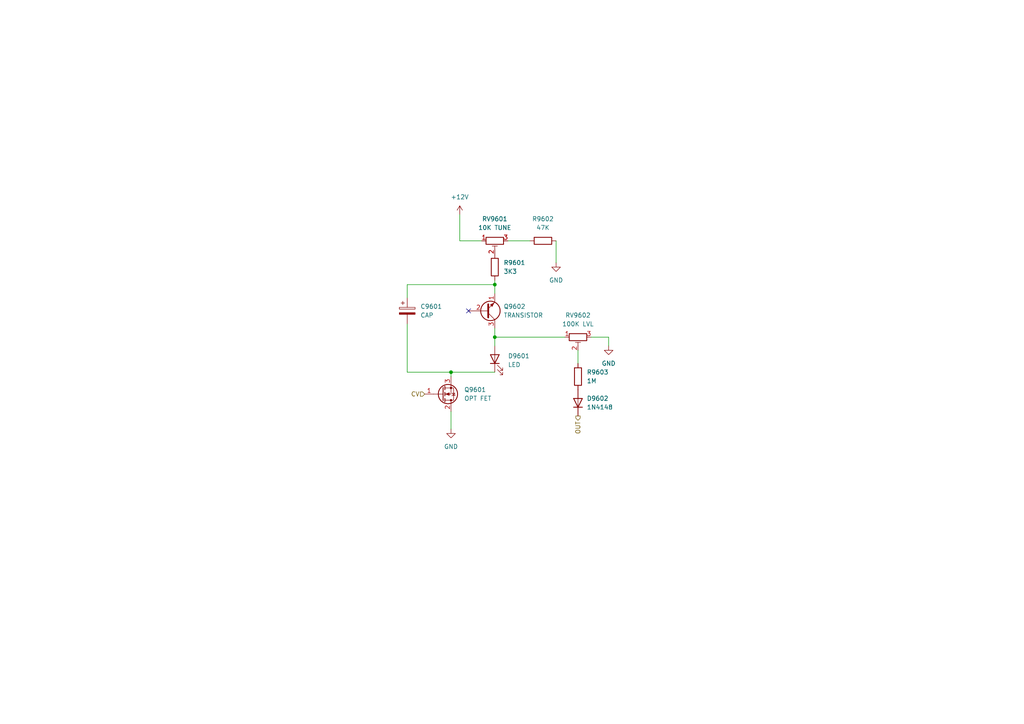
<source format=kicad_sch>
(kicad_sch (version 20210621) (generator eeschema)

  (uuid 64741e7a-a313-425f-8786-4268f8f511bd)

  (paper "A4")

  (lib_symbols
    (symbol "Device:C_Polarized" (pin_numbers hide) (pin_names (offset 0.254)) (in_bom yes) (on_board yes)
      (property "Reference" "C" (id 0) (at 0.635 2.54 0)
        (effects (font (size 1.27 1.27)) (justify left))
      )
      (property "Value" "C_Polarized" (id 1) (at 0.635 -2.54 0)
        (effects (font (size 1.27 1.27)) (justify left))
      )
      (property "Footprint" "" (id 2) (at 0.9652 -3.81 0)
        (effects (font (size 1.27 1.27)) hide)
      )
      (property "Datasheet" "~" (id 3) (at 0 0 0)
        (effects (font (size 1.27 1.27)) hide)
      )
      (property "ki_keywords" "cap capacitor" (id 4) (at 0 0 0)
        (effects (font (size 1.27 1.27)) hide)
      )
      (property "ki_description" "Polarized capacitor" (id 5) (at 0 0 0)
        (effects (font (size 1.27 1.27)) hide)
      )
      (property "ki_fp_filters" "CP_*" (id 6) (at 0 0 0)
        (effects (font (size 1.27 1.27)) hide)
      )
      (symbol "C_Polarized_0_1"
        (rectangle (start -2.286 0.508) (end 2.286 1.016)
          (stroke (width 0) (type default) (color 0 0 0 0))
          (fill (type none))
        )
        (polyline
          (pts
            (xy -1.778 2.286)
            (xy -0.762 2.286)
          )
          (stroke (width 0) (type default) (color 0 0 0 0))
          (fill (type none))
        )
        (polyline
          (pts
            (xy -1.27 2.794)
            (xy -1.27 1.778)
          )
          (stroke (width 0) (type default) (color 0 0 0 0))
          (fill (type none))
        )
        (rectangle (start 2.286 -0.508) (end -2.286 -1.016)
          (stroke (width 0) (type default) (color 0 0 0 0))
          (fill (type outline))
        )
      )
      (symbol "C_Polarized_1_1"
        (pin passive line (at 0 3.81 270) (length 2.794)
          (name "~" (effects (font (size 1.27 1.27))))
          (number "1" (effects (font (size 1.27 1.27))))
        )
        (pin passive line (at 0 -3.81 90) (length 2.794)
          (name "~" (effects (font (size 1.27 1.27))))
          (number "2" (effects (font (size 1.27 1.27))))
        )
      )
    )
    (symbol "Device:D" (pin_numbers hide) (pin_names (offset 1.016) hide) (in_bom yes) (on_board yes)
      (property "Reference" "D" (id 0) (at 0 2.54 0)
        (effects (font (size 1.27 1.27)))
      )
      (property "Value" "D" (id 1) (at 0 -2.54 0)
        (effects (font (size 1.27 1.27)))
      )
      (property "Footprint" "" (id 2) (at 0 0 0)
        (effects (font (size 1.27 1.27)) hide)
      )
      (property "Datasheet" "~" (id 3) (at 0 0 0)
        (effects (font (size 1.27 1.27)) hide)
      )
      (property "ki_keywords" "diode" (id 4) (at 0 0 0)
        (effects (font (size 1.27 1.27)) hide)
      )
      (property "ki_description" "Diode" (id 5) (at 0 0 0)
        (effects (font (size 1.27 1.27)) hide)
      )
      (property "ki_fp_filters" "TO-???* *_Diode_* *SingleDiode* D_*" (id 6) (at 0 0 0)
        (effects (font (size 1.27 1.27)) hide)
      )
      (symbol "D_0_1"
        (polyline
          (pts
            (xy -1.27 1.27)
            (xy -1.27 -1.27)
          )
          (stroke (width 0.254) (type default) (color 0 0 0 0))
          (fill (type none))
        )
        (polyline
          (pts
            (xy 1.27 0)
            (xy -1.27 0)
          )
          (stroke (width 0) (type default) (color 0 0 0 0))
          (fill (type none))
        )
        (polyline
          (pts
            (xy 1.27 1.27)
            (xy 1.27 -1.27)
            (xy -1.27 0)
            (xy 1.27 1.27)
          )
          (stroke (width 0.254) (type default) (color 0 0 0 0))
          (fill (type none))
        )
      )
      (symbol "D_1_1"
        (pin passive line (at -3.81 0 0) (length 2.54)
          (name "K" (effects (font (size 1.27 1.27))))
          (number "1" (effects (font (size 1.27 1.27))))
        )
        (pin passive line (at 3.81 0 180) (length 2.54)
          (name "A" (effects (font (size 1.27 1.27))))
          (number "2" (effects (font (size 1.27 1.27))))
        )
      )
    )
    (symbol "Device:LED" (pin_numbers hide) (pin_names (offset 1.016) hide) (in_bom yes) (on_board yes)
      (property "Reference" "D" (id 0) (at 0 2.54 0)
        (effects (font (size 1.27 1.27)))
      )
      (property "Value" "LED" (id 1) (at 0 -2.54 0)
        (effects (font (size 1.27 1.27)))
      )
      (property "Footprint" "" (id 2) (at 0 0 0)
        (effects (font (size 1.27 1.27)) hide)
      )
      (property "Datasheet" "~" (id 3) (at 0 0 0)
        (effects (font (size 1.27 1.27)) hide)
      )
      (property "ki_keywords" "LED diode" (id 4) (at 0 0 0)
        (effects (font (size 1.27 1.27)) hide)
      )
      (property "ki_description" "Light emitting diode" (id 5) (at 0 0 0)
        (effects (font (size 1.27 1.27)) hide)
      )
      (property "ki_fp_filters" "LED* LED_SMD:* LED_THT:*" (id 6) (at 0 0 0)
        (effects (font (size 1.27 1.27)) hide)
      )
      (symbol "LED_0_1"
        (polyline
          (pts
            (xy -1.27 -1.27)
            (xy -1.27 1.27)
          )
          (stroke (width 0.254) (type default) (color 0 0 0 0))
          (fill (type none))
        )
        (polyline
          (pts
            (xy -1.27 0)
            (xy 1.27 0)
          )
          (stroke (width 0) (type default) (color 0 0 0 0))
          (fill (type none))
        )
        (polyline
          (pts
            (xy 1.27 -1.27)
            (xy 1.27 1.27)
            (xy -1.27 0)
            (xy 1.27 -1.27)
          )
          (stroke (width 0.254) (type default) (color 0 0 0 0))
          (fill (type none))
        )
        (polyline
          (pts
            (xy -3.048 -0.762)
            (xy -4.572 -2.286)
            (xy -3.81 -2.286)
            (xy -4.572 -2.286)
            (xy -4.572 -1.524)
          )
          (stroke (width 0) (type default) (color 0 0 0 0))
          (fill (type none))
        )
        (polyline
          (pts
            (xy -1.778 -0.762)
            (xy -3.302 -2.286)
            (xy -2.54 -2.286)
            (xy -3.302 -2.286)
            (xy -3.302 -1.524)
          )
          (stroke (width 0) (type default) (color 0 0 0 0))
          (fill (type none))
        )
      )
      (symbol "LED_1_1"
        (pin passive line (at -3.81 0 0) (length 2.54)
          (name "K" (effects (font (size 1.27 1.27))))
          (number "1" (effects (font (size 1.27 1.27))))
        )
        (pin passive line (at 3.81 0 180) (length 2.54)
          (name "A" (effects (font (size 1.27 1.27))))
          (number "2" (effects (font (size 1.27 1.27))))
        )
      )
    )
    (symbol "Device:Q_NMOS_GDS" (pin_names (offset 0) hide) (in_bom yes) (on_board yes)
      (property "Reference" "Q" (id 0) (at 5.08 1.27 0)
        (effects (font (size 1.27 1.27)) (justify left))
      )
      (property "Value" "Q_NMOS_GDS" (id 1) (at 5.08 -1.27 0)
        (effects (font (size 1.27 1.27)) (justify left))
      )
      (property "Footprint" "" (id 2) (at 5.08 2.54 0)
        (effects (font (size 1.27 1.27)) hide)
      )
      (property "Datasheet" "~" (id 3) (at 0 0 0)
        (effects (font (size 1.27 1.27)) hide)
      )
      (property "ki_keywords" "transistor NMOS N-MOS N-MOSFET" (id 4) (at 0 0 0)
        (effects (font (size 1.27 1.27)) hide)
      )
      (property "ki_description" "N-MOSFET transistor, gate/drain/source" (id 5) (at 0 0 0)
        (effects (font (size 1.27 1.27)) hide)
      )
      (symbol "Q_NMOS_GDS_0_1"
        (polyline
          (pts
            (xy 0.254 0)
            (xy -2.54 0)
          )
          (stroke (width 0) (type default) (color 0 0 0 0))
          (fill (type none))
        )
        (polyline
          (pts
            (xy 0.254 1.905)
            (xy 0.254 -1.905)
          )
          (stroke (width 0.254) (type default) (color 0 0 0 0))
          (fill (type none))
        )
        (polyline
          (pts
            (xy 0.762 -1.27)
            (xy 0.762 -2.286)
          )
          (stroke (width 0.254) (type default) (color 0 0 0 0))
          (fill (type none))
        )
        (polyline
          (pts
            (xy 0.762 0.508)
            (xy 0.762 -0.508)
          )
          (stroke (width 0.254) (type default) (color 0 0 0 0))
          (fill (type none))
        )
        (polyline
          (pts
            (xy 0.762 2.286)
            (xy 0.762 1.27)
          )
          (stroke (width 0.254) (type default) (color 0 0 0 0))
          (fill (type none))
        )
        (polyline
          (pts
            (xy 2.54 2.54)
            (xy 2.54 1.778)
          )
          (stroke (width 0) (type default) (color 0 0 0 0))
          (fill (type none))
        )
        (polyline
          (pts
            (xy 2.54 -2.54)
            (xy 2.54 0)
            (xy 0.762 0)
          )
          (stroke (width 0) (type default) (color 0 0 0 0))
          (fill (type none))
        )
        (polyline
          (pts
            (xy 0.762 -1.778)
            (xy 3.302 -1.778)
            (xy 3.302 1.778)
            (xy 0.762 1.778)
          )
          (stroke (width 0) (type default) (color 0 0 0 0))
          (fill (type none))
        )
        (polyline
          (pts
            (xy 1.016 0)
            (xy 2.032 0.381)
            (xy 2.032 -0.381)
            (xy 1.016 0)
          )
          (stroke (width 0) (type default) (color 0 0 0 0))
          (fill (type outline))
        )
        (polyline
          (pts
            (xy 2.794 0.508)
            (xy 2.921 0.381)
            (xy 3.683 0.381)
            (xy 3.81 0.254)
          )
          (stroke (width 0) (type default) (color 0 0 0 0))
          (fill (type none))
        )
        (polyline
          (pts
            (xy 3.302 0.381)
            (xy 2.921 -0.254)
            (xy 3.683 -0.254)
            (xy 3.302 0.381)
          )
          (stroke (width 0) (type default) (color 0 0 0 0))
          (fill (type none))
        )
        (circle (center 1.651 0) (radius 2.794) (stroke (width 0.254))           (stroke (width 0.254) (type default) (color 0 0 0 0))
          (fill (type none))
        )
        (circle (center 2.54 -1.778) (radius 0.254) (stroke (width 0))           (stroke (width 0) (type default) (color 0 0 0 0))
          (fill (type outline))
        )
        (circle (center 2.54 1.778) (radius 0.254) (stroke (width 0))           (stroke (width 0) (type default) (color 0 0 0 0))
          (fill (type outline))
        )
      )
      (symbol "Q_NMOS_GDS_1_1"
        (pin input line (at -5.08 0 0) (length 2.54)
          (name "G" (effects (font (size 1.27 1.27))))
          (number "1" (effects (font (size 1.27 1.27))))
        )
        (pin passive line (at 2.54 5.08 270) (length 2.54)
          (name "D" (effects (font (size 1.27 1.27))))
          (number "2" (effects (font (size 1.27 1.27))))
        )
        (pin passive line (at 2.54 -5.08 90) (length 2.54)
          (name "S" (effects (font (size 1.27 1.27))))
          (number "3" (effects (font (size 1.27 1.27))))
        )
      )
    )
    (symbol "Device:R" (pin_numbers hide) (pin_names (offset 0)) (in_bom yes) (on_board yes)
      (property "Reference" "R" (id 0) (at 2.032 0 90)
        (effects (font (size 1.27 1.27)))
      )
      (property "Value" "R" (id 1) (at 0 0 90)
        (effects (font (size 1.27 1.27)))
      )
      (property "Footprint" "" (id 2) (at -1.778 0 90)
        (effects (font (size 1.27 1.27)) hide)
      )
      (property "Datasheet" "~" (id 3) (at 0 0 0)
        (effects (font (size 1.27 1.27)) hide)
      )
      (property "ki_keywords" "R res resistor" (id 4) (at 0 0 0)
        (effects (font (size 1.27 1.27)) hide)
      )
      (property "ki_description" "Resistor" (id 5) (at 0 0 0)
        (effects (font (size 1.27 1.27)) hide)
      )
      (property "ki_fp_filters" "R_*" (id 6) (at 0 0 0)
        (effects (font (size 1.27 1.27)) hide)
      )
      (symbol "R_0_1"
        (rectangle (start -1.016 -2.54) (end 1.016 2.54)
          (stroke (width 0.254) (type default) (color 0 0 0 0))
          (fill (type none))
        )
      )
      (symbol "R_1_1"
        (pin passive line (at 0 3.81 270) (length 1.27)
          (name "~" (effects (font (size 1.27 1.27))))
          (number "1" (effects (font (size 1.27 1.27))))
        )
        (pin passive line (at 0 -3.81 90) (length 1.27)
          (name "~" (effects (font (size 1.27 1.27))))
          (number "2" (effects (font (size 1.27 1.27))))
        )
      )
    )
    (symbol "Device:R_Potentiometer_Trim" (pin_names (offset 1.016) hide) (in_bom yes) (on_board yes)
      (property "Reference" "RV" (id 0) (at -4.445 0 90)
        (effects (font (size 1.27 1.27)))
      )
      (property "Value" "R_Potentiometer_Trim" (id 1) (at -2.54 0 90)
        (effects (font (size 1.27 1.27)))
      )
      (property "Footprint" "" (id 2) (at 0 0 0)
        (effects (font (size 1.27 1.27)) hide)
      )
      (property "Datasheet" "~" (id 3) (at 0 0 0)
        (effects (font (size 1.27 1.27)) hide)
      )
      (property "ki_keywords" "resistor variable trimpot trimmer" (id 4) (at 0 0 0)
        (effects (font (size 1.27 1.27)) hide)
      )
      (property "ki_description" "Trim-potentiometer" (id 5) (at 0 0 0)
        (effects (font (size 1.27 1.27)) hide)
      )
      (property "ki_fp_filters" "Potentiometer*" (id 6) (at 0 0 0)
        (effects (font (size 1.27 1.27)) hide)
      )
      (symbol "R_Potentiometer_Trim_0_1"
        (polyline
          (pts
            (xy 1.524 0.762)
            (xy 1.524 -0.762)
          )
          (stroke (width 0) (type default) (color 0 0 0 0))
          (fill (type none))
        )
        (polyline
          (pts
            (xy 2.54 0)
            (xy 1.524 0)
          )
          (stroke (width 0) (type default) (color 0 0 0 0))
          (fill (type none))
        )
        (rectangle (start 1.016 2.54) (end -1.016 -2.54)
          (stroke (width 0.254) (type default) (color 0 0 0 0))
          (fill (type none))
        )
      )
      (symbol "R_Potentiometer_Trim_1_1"
        (pin passive line (at 0 3.81 270) (length 1.27)
          (name "1" (effects (font (size 1.27 1.27))))
          (number "1" (effects (font (size 1.27 1.27))))
        )
        (pin passive line (at 3.81 0 180) (length 1.27)
          (name "2" (effects (font (size 1.27 1.27))))
          (number "2" (effects (font (size 1.27 1.27))))
        )
        (pin passive line (at 0 -3.81 90) (length 1.27)
          (name "3" (effects (font (size 1.27 1.27))))
          (number "3" (effects (font (size 1.27 1.27))))
        )
      )
    )
    (symbol "Transistor_BJT:2N3904" (pin_names (offset 0) hide) (in_bom yes) (on_board yes)
      (property "Reference" "Q" (id 0) (at 5.08 1.905 0)
        (effects (font (size 1.27 1.27)) (justify left))
      )
      (property "Value" "2N3904" (id 1) (at 5.08 0 0)
        (effects (font (size 1.27 1.27)) (justify left))
      )
      (property "Footprint" "Package_TO_SOT_THT:TO-92_Inline" (id 2) (at 5.08 -1.905 0)
        (effects (font (size 1.27 1.27) italic) (justify left) hide)
      )
      (property "Datasheet" "https://www.onsemi.com/pub/Collateral/2N3903-D.PDF" (id 3) (at 0 0 0)
        (effects (font (size 1.27 1.27)) (justify left) hide)
      )
      (property "ki_keywords" "NPN Transistor" (id 4) (at 0 0 0)
        (effects (font (size 1.27 1.27)) hide)
      )
      (property "ki_description" "0.2A Ic, 40V Vce, Small Signal NPN Transistor, TO-92" (id 5) (at 0 0 0)
        (effects (font (size 1.27 1.27)) hide)
      )
      (property "ki_fp_filters" "TO?92*" (id 6) (at 0 0 0)
        (effects (font (size 1.27 1.27)) hide)
      )
      (symbol "2N3904_0_1"
        (polyline
          (pts
            (xy 0.635 0.635)
            (xy 2.54 2.54)
          )
          (stroke (width 0) (type default) (color 0 0 0 0))
          (fill (type none))
        )
        (polyline
          (pts
            (xy 0.635 -0.635)
            (xy 2.54 -2.54)
            (xy 2.54 -2.54)
          )
          (stroke (width 0) (type default) (color 0 0 0 0))
          (fill (type none))
        )
        (polyline
          (pts
            (xy 0.635 1.905)
            (xy 0.635 -1.905)
            (xy 0.635 -1.905)
          )
          (stroke (width 0.508) (type default) (color 0 0 0 0))
          (fill (type none))
        )
        (polyline
          (pts
            (xy 1.27 -1.778)
            (xy 1.778 -1.27)
            (xy 2.286 -2.286)
            (xy 1.27 -1.778)
            (xy 1.27 -1.778)
          )
          (stroke (width 0) (type default) (color 0 0 0 0))
          (fill (type outline))
        )
        (circle (center 1.27 0) (radius 2.8194) (stroke (width 0.254))           (stroke (width 0.254) (type default) (color 0 0 0 0))
          (fill (type none))
        )
      )
      (symbol "2N3904_1_1"
        (pin passive line (at 2.54 -5.08 90) (length 2.54)
          (name "E" (effects (font (size 1.27 1.27))))
          (number "1" (effects (font (size 1.27 1.27))))
        )
        (pin passive line (at -5.08 0 0) (length 5.715)
          (name "B" (effects (font (size 1.27 1.27))))
          (number "2" (effects (font (size 1.27 1.27))))
        )
        (pin passive line (at 2.54 5.08 270) (length 2.54)
          (name "C" (effects (font (size 1.27 1.27))))
          (number "3" (effects (font (size 1.27 1.27))))
        )
      )
    )
    (symbol "power:+12V" (power) (pin_names (offset 0)) (in_bom yes) (on_board yes)
      (property "Reference" "#PWR" (id 0) (at 0 -3.81 0)
        (effects (font (size 1.27 1.27)) hide)
      )
      (property "Value" "+12V" (id 1) (at 0 3.556 0)
        (effects (font (size 1.27 1.27)))
      )
      (property "Footprint" "" (id 2) (at 0 0 0)
        (effects (font (size 1.27 1.27)) hide)
      )
      (property "Datasheet" "" (id 3) (at 0 0 0)
        (effects (font (size 1.27 1.27)) hide)
      )
      (property "ki_keywords" "power-flag" (id 4) (at 0 0 0)
        (effects (font (size 1.27 1.27)) hide)
      )
      (property "ki_description" "Power symbol creates a global label with name \"+12V\"" (id 5) (at 0 0 0)
        (effects (font (size 1.27 1.27)) hide)
      )
      (symbol "+12V_0_1"
        (polyline
          (pts
            (xy -0.762 1.27)
            (xy 0 2.54)
          )
          (stroke (width 0) (type default) (color 0 0 0 0))
          (fill (type none))
        )
        (polyline
          (pts
            (xy 0 0)
            (xy 0 2.54)
          )
          (stroke (width 0) (type default) (color 0 0 0 0))
          (fill (type none))
        )
        (polyline
          (pts
            (xy 0 2.54)
            (xy 0.762 1.27)
          )
          (stroke (width 0) (type default) (color 0 0 0 0))
          (fill (type none))
        )
      )
      (symbol "+12V_1_1"
        (pin power_in line (at 0 0 90) (length 0) hide
          (name "+12V" (effects (font (size 1.27 1.27))))
          (number "1" (effects (font (size 1.27 1.27))))
        )
      )
    )
    (symbol "power:GND" (power) (pin_names (offset 0)) (in_bom yes) (on_board yes)
      (property "Reference" "#PWR" (id 0) (at 0 -6.35 0)
        (effects (font (size 1.27 1.27)) hide)
      )
      (property "Value" "GND" (id 1) (at 0 -3.81 0)
        (effects (font (size 1.27 1.27)))
      )
      (property "Footprint" "" (id 2) (at 0 0 0)
        (effects (font (size 1.27 1.27)) hide)
      )
      (property "Datasheet" "" (id 3) (at 0 0 0)
        (effects (font (size 1.27 1.27)) hide)
      )
      (property "ki_keywords" "power-flag" (id 4) (at 0 0 0)
        (effects (font (size 1.27 1.27)) hide)
      )
      (property "ki_description" "Power symbol creates a global label with name \"GND\" , ground" (id 5) (at 0 0 0)
        (effects (font (size 1.27 1.27)) hide)
      )
      (symbol "GND_0_1"
        (polyline
          (pts
            (xy 0 0)
            (xy 0 -1.27)
            (xy 1.27 -1.27)
            (xy 0 -2.54)
            (xy -1.27 -1.27)
            (xy 0 -1.27)
          )
          (stroke (width 0) (type default) (color 0 0 0 0))
          (fill (type none))
        )
      )
      (symbol "GND_1_1"
        (pin power_in line (at 0 0 270) (length 0) hide
          (name "GND" (effects (font (size 1.27 1.27))))
          (number "1" (effects (font (size 1.27 1.27))))
        )
      )
    )
  )

  (junction (at 130.81 107.95) (diameter 0) (color 0 0 0 0))
  (junction (at 143.51 82.55) (diameter 0) (color 0 0 0 0))
  (junction (at 143.51 97.79) (diameter 0) (color 0 0 0 0))

  (no_connect (at 135.89 90.17) (uuid fa6fa64b-8e42-44c1-8617-83fe563f3b53))

  (wire (pts (xy 118.11 82.55) (xy 143.51 82.55))
    (stroke (width 0) (type default) (color 0 0 0 0))
    (uuid 5ef081d8-35b0-4ce3-b251-d89b02e33963)
  )
  (wire (pts (xy 118.11 86.36) (xy 118.11 82.55))
    (stroke (width 0) (type default) (color 0 0 0 0))
    (uuid 603ee4f8-0839-4d4c-a159-d4442872c140)
  )
  (wire (pts (xy 118.11 93.98) (xy 118.11 107.95))
    (stroke (width 0) (type default) (color 0 0 0 0))
    (uuid 7baae08a-cefe-47a6-97a1-483023085520)
  )
  (wire (pts (xy 118.11 107.95) (xy 130.81 107.95))
    (stroke (width 0) (type default) (color 0 0 0 0))
    (uuid 7baae08a-cefe-47a6-97a1-483023085520)
  )
  (wire (pts (xy 130.81 107.95) (xy 130.81 109.22))
    (stroke (width 0) (type default) (color 0 0 0 0))
    (uuid e6fe9a08-0ae7-4cbd-a311-44427d0cc7da)
  )
  (wire (pts (xy 130.81 107.95) (xy 143.51 107.95))
    (stroke (width 0) (type default) (color 0 0 0 0))
    (uuid 7baae08a-cefe-47a6-97a1-483023085520)
  )
  (wire (pts (xy 130.81 119.38) (xy 130.81 124.46))
    (stroke (width 0) (type default) (color 0 0 0 0))
    (uuid 45018ec1-7450-444b-9e23-f847f290bd47)
  )
  (wire (pts (xy 133.35 62.23) (xy 133.35 69.85))
    (stroke (width 0) (type default) (color 0 0 0 0))
    (uuid 3191165b-715d-4dc0-af0f-ef2bcd985d36)
  )
  (wire (pts (xy 133.35 69.85) (xy 139.7 69.85))
    (stroke (width 0) (type default) (color 0 0 0 0))
    (uuid 3191165b-715d-4dc0-af0f-ef2bcd985d36)
  )
  (wire (pts (xy 143.51 81.28) (xy 143.51 82.55))
    (stroke (width 0) (type default) (color 0 0 0 0))
    (uuid 794d4142-015c-4b8c-959b-01086ece0e29)
  )
  (wire (pts (xy 143.51 82.55) (xy 143.51 85.09))
    (stroke (width 0) (type default) (color 0 0 0 0))
    (uuid 794d4142-015c-4b8c-959b-01086ece0e29)
  )
  (wire (pts (xy 143.51 95.25) (xy 143.51 97.79))
    (stroke (width 0) (type default) (color 0 0 0 0))
    (uuid a1478d84-4aa9-406b-ba8a-1aa4d1b128f6)
  )
  (wire (pts (xy 143.51 97.79) (xy 143.51 100.33))
    (stroke (width 0) (type default) (color 0 0 0 0))
    (uuid a1478d84-4aa9-406b-ba8a-1aa4d1b128f6)
  )
  (wire (pts (xy 143.51 97.79) (xy 163.83 97.79))
    (stroke (width 0) (type default) (color 0 0 0 0))
    (uuid 126e0f7b-b466-40b9-9fa8-068da5611f96)
  )
  (wire (pts (xy 147.32 69.85) (xy 153.67 69.85))
    (stroke (width 0) (type default) (color 0 0 0 0))
    (uuid e9264acf-e399-46be-b5ae-e70542014a60)
  )
  (wire (pts (xy 161.29 69.85) (xy 161.29 76.2))
    (stroke (width 0) (type default) (color 0 0 0 0))
    (uuid a88a5703-83e0-4c26-b38a-d00862b5ea71)
  )
  (wire (pts (xy 167.64 101.6) (xy 167.64 105.41))
    (stroke (width 0) (type default) (color 0 0 0 0))
    (uuid 4514a172-c9b7-4621-ba00-ec0ac3245b6c)
  )
  (wire (pts (xy 171.45 97.79) (xy 176.53 97.79))
    (stroke (width 0) (type default) (color 0 0 0 0))
    (uuid cdaf1853-4a99-495c-9bfa-40d20e902979)
  )
  (wire (pts (xy 176.53 97.79) (xy 176.53 100.33))
    (stroke (width 0) (type default) (color 0 0 0 0))
    (uuid cdaf1853-4a99-495c-9bfa-40d20e902979)
  )

  (hierarchical_label "CV" (shape input) (at 123.19 114.3 180)
    (effects (font (size 1.27 1.27)) (justify right))
    (uuid e8b55fdd-7abc-4b4d-8768-e913acc5857f)
  )
  (hierarchical_label "OUT" (shape output) (at 167.64 120.65 270)
    (effects (font (size 1.27 1.27)) (justify right))
    (uuid f65c639c-c5b3-4c81-a76f-4a7dafbc2d69)
  )

  (symbol (lib_id "power:+12V") (at 133.35 62.23 0)
    (in_bom yes) (on_board yes) (fields_autoplaced)
    (uuid c8d1eaa2-11f9-4a02-9146-3dd41443fcd0)
    (property "Reference" "#PWR010102" (id 0) (at 133.35 66.04 0)
      (effects (font (size 1.27 1.27)) hide)
    )
    (property "Value" "+12V" (id 1) (at 133.35 57.15 0))
    (property "Footprint" "" (id 2) (at 133.35 62.23 0)
      (effects (font (size 1.27 1.27)) hide)
    )
    (property "Datasheet" "" (id 3) (at 133.35 62.23 0)
      (effects (font (size 1.27 1.27)) hide)
    )
    (pin "1" (uuid 72e552fe-eb5c-43af-8f63-68e4078d688b))
  )

  (symbol (lib_id "power:GND") (at 130.81 124.46 0)
    (in_bom yes) (on_board yes) (fields_autoplaced)
    (uuid 584b31ca-28a3-4d8a-8f8c-7a1245f3ca77)
    (property "Reference" "#PWR010101" (id 0) (at 130.81 130.81 0)
      (effects (font (size 1.27 1.27)) hide)
    )
    (property "Value" "GND" (id 1) (at 130.81 129.54 0))
    (property "Footprint" "" (id 2) (at 130.81 124.46 0)
      (effects (font (size 1.27 1.27)) hide)
    )
    (property "Datasheet" "" (id 3) (at 130.81 124.46 0)
      (effects (font (size 1.27 1.27)) hide)
    )
    (pin "1" (uuid bb875016-8d9d-4c64-a3dc-0811f3dfc468))
  )

  (symbol (lib_id "power:GND") (at 161.29 76.2 0)
    (in_bom yes) (on_board yes) (fields_autoplaced)
    (uuid d57b6bad-dfb6-4e20-b4cb-1f009bbed12b)
    (property "Reference" "#PWR010103" (id 0) (at 161.29 82.55 0)
      (effects (font (size 1.27 1.27)) hide)
    )
    (property "Value" "GND" (id 1) (at 161.29 81.28 0))
    (property "Footprint" "" (id 2) (at 161.29 76.2 0)
      (effects (font (size 1.27 1.27)) hide)
    )
    (property "Datasheet" "" (id 3) (at 161.29 76.2 0)
      (effects (font (size 1.27 1.27)) hide)
    )
    (pin "1" (uuid 9f5b54cd-bb0f-4069-be55-4034a801096b))
  )

  (symbol (lib_id "power:GND") (at 176.53 100.33 0)
    (in_bom yes) (on_board yes) (fields_autoplaced)
    (uuid aeb2610a-d86c-436e-9934-06e50baedfd3)
    (property "Reference" "#PWR010104" (id 0) (at 176.53 106.68 0)
      (effects (font (size 1.27 1.27)) hide)
    )
    (property "Value" "GND" (id 1) (at 176.53 105.41 0))
    (property "Footprint" "" (id 2) (at 176.53 100.33 0)
      (effects (font (size 1.27 1.27)) hide)
    )
    (property "Datasheet" "" (id 3) (at 176.53 100.33 0)
      (effects (font (size 1.27 1.27)) hide)
    )
    (pin "1" (uuid 8d2200f9-5d95-4a61-b9d6-dccf4fc71a4f))
  )

  (symbol (lib_id "Device:R") (at 143.51 77.47 0)
    (in_bom yes) (on_board yes) (fields_autoplaced)
    (uuid 6fdc68b6-2980-4a3e-894b-7f4781b4b9c0)
    (property "Reference" "R9601" (id 0) (at 146.05 76.1999 0)
      (effects (font (size 1.27 1.27)) (justify left))
    )
    (property "Value" "3K3" (id 1) (at 146.05 78.7399 0)
      (effects (font (size 1.27 1.27)) (justify left))
    )
    (property "Footprint" "Resistor_SMD:R_1206_3216Metric_Pad1.30x1.75mm_HandSolder" (id 2) (at 141.732 77.47 90)
      (effects (font (size 1.27 1.27)) hide)
    )
    (property "Datasheet" "~" (id 3) (at 143.51 77.47 0)
      (effects (font (size 1.27 1.27)) hide)
    )
    (property "Price" "0.015" (id 4) (at 143.51 77.47 0)
      (effects (font (size 1.27 1.27)) hide)
    )
    (pin "1" (uuid d37eebf5-bf4e-4f4e-bc05-1b0a31676beb))
    (pin "2" (uuid d0c09d11-a1b7-4396-a416-cc8f351c9fad))
  )

  (symbol (lib_id "Device:R") (at 157.48 69.85 90)
    (in_bom yes) (on_board yes) (fields_autoplaced)
    (uuid 1a40aaac-f3b2-4d74-9bf0-7bf601128819)
    (property "Reference" "R9602" (id 0) (at 157.48 63.5 90))
    (property "Value" "47K" (id 1) (at 157.48 66.04 90))
    (property "Footprint" "Resistor_SMD:R_1206_3216Metric_Pad1.30x1.75mm_HandSolder" (id 2) (at 157.48 71.628 90)
      (effects (font (size 1.27 1.27)) hide)
    )
    (property "Datasheet" "~" (id 3) (at 157.48 69.85 0)
      (effects (font (size 1.27 1.27)) hide)
    )
    (property "Price" "0.015" (id 4) (at 157.48 69.85 0)
      (effects (font (size 1.27 1.27)) hide)
    )
    (pin "1" (uuid d0860206-ebe1-48f6-bb80-5a9e3dc1d32a))
    (pin "2" (uuid e6e3d4ed-a5e9-4706-835a-84020591436f))
  )

  (symbol (lib_id "Device:R") (at 167.64 109.22 0)
    (in_bom yes) (on_board yes) (fields_autoplaced)
    (uuid 256e9238-a37a-4401-8fb0-fd5956a92627)
    (property "Reference" "R9603" (id 0) (at 170.18 107.9499 0)
      (effects (font (size 1.27 1.27)) (justify left))
    )
    (property "Value" "1M" (id 1) (at 170.18 110.4899 0)
      (effects (font (size 1.27 1.27)) (justify left))
    )
    (property "Footprint" "Resistor_SMD:R_1206_3216Metric_Pad1.30x1.75mm_HandSolder" (id 2) (at 165.862 109.22 90)
      (effects (font (size 1.27 1.27)) hide)
    )
    (property "Datasheet" "~" (id 3) (at 167.64 109.22 0)
      (effects (font (size 1.27 1.27)) hide)
    )
    (property "Price" "0.015" (id 4) (at 167.64 109.22 0)
      (effects (font (size 1.27 1.27)) hide)
    )
    (pin "1" (uuid 4e6a6382-9956-4f8c-b7df-4f4858016251))
    (pin "2" (uuid 87c054a2-96d7-4e65-8185-4c7f05a93521))
  )

  (symbol (lib_id "Device:D") (at 167.64 116.84 90)
    (in_bom yes) (on_board yes) (fields_autoplaced)
    (uuid 867f5c34-0818-48d3-a429-7b369d24ef3a)
    (property "Reference" "D9602" (id 0) (at 170.18 115.5699 90)
      (effects (font (size 1.27 1.27)) (justify right))
    )
    (property "Value" "1N4148" (id 1) (at 170.18 118.1099 90)
      (effects (font (size 1.27 1.27)) (justify right))
    )
    (property "Footprint" "Diode_THT:D_DO-35_SOD27_P7.62mm_Horizontal" (id 2) (at 167.64 116.84 0)
      (effects (font (size 1.27 1.27)) hide)
    )
    (property "Datasheet" "~" (id 3) (at 167.64 116.84 0)
      (effects (font (size 1.27 1.27)) hide)
    )
    (property "Price" "0.01" (id 4) (at 167.64 116.84 0)
      (effects (font (size 1.27 1.27)) hide)
    )
    (pin "1" (uuid a42db646-9655-44b8-a338-e86d3fe34eb3))
    (pin "2" (uuid 00f9a130-ee08-4d43-9a05-90e10401541e))
  )

  (symbol (lib_id "Device:LED") (at 143.51 104.14 90)
    (in_bom yes) (on_board yes) (fields_autoplaced)
    (uuid a6b1e9b3-351b-45e7-9f1d-bdc2e49bf8fd)
    (property "Reference" "D9601" (id 0) (at 147.32 103.2508 90)
      (effects (font (size 1.27 1.27)) (justify right))
    )
    (property "Value" "LED" (id 1) (at 147.32 105.7908 90)
      (effects (font (size 1.27 1.27)) (justify right))
    )
    (property "Footprint" "LED_THT:LED_D5.0mm" (id 2) (at 143.51 104.14 0)
      (effects (font (size 1.27 1.27)) hide)
    )
    (property "Datasheet" "~" (id 3) (at 143.51 104.14 0)
      (effects (font (size 1.27 1.27)) hide)
    )
    (property "Price" "0.03" (id 4) (at 143.51 104.14 0)
      (effects (font (size 1.27 1.27)) hide)
    )
    (pin "1" (uuid a010ffde-29c1-4d57-be00-0c7dd7616204))
    (pin "2" (uuid f71e7eae-d435-4e4b-9075-6ba1dd330701))
  )

  (symbol (lib_id "Device:C_Polarized") (at 118.11 90.17 0)
    (in_bom yes) (on_board yes) (fields_autoplaced)
    (uuid 6a12e8f9-f679-4602-8c7e-9d7159b8f50a)
    (property "Reference" "C9601" (id 0) (at 121.92 88.8999 0)
      (effects (font (size 1.27 1.27)) (justify left))
    )
    (property "Value" "CAP" (id 1) (at 121.92 91.4399 0)
      (effects (font (size 1.27 1.27)) (justify left))
    )
    (property "Footprint" "Capacitor_THT:CP_Radial_D6.3mm_P2.50mm" (id 2) (at 119.0752 93.98 0)
      (effects (font (size 1.27 1.27)) hide)
    )
    (property "Datasheet" "~" (id 3) (at 118.11 90.17 0)
      (effects (font (size 1.27 1.27)) hide)
    )
    (property "Price" "0.05" (id 4) (at 118.11 90.17 0)
      (effects (font (size 1.27 1.27)) hide)
    )
    (pin "1" (uuid 3dcf93bc-0343-4898-a296-e9ac9c91c8fc))
    (pin "2" (uuid dbaee4c7-e6e6-4b1e-835f-e6b156e58d6c))
  )

  (symbol (lib_id "Device:R_Potentiometer_Trim") (at 143.51 69.85 90) (mirror x)
    (in_bom yes) (on_board yes) (fields_autoplaced)
    (uuid 7a6123b0-dbc0-4c4e-913c-028f973772d3)
    (property "Reference" "RV9601" (id 0) (at 143.51 63.5 90))
    (property "Value" "10K TUNE" (id 1) (at 143.51 66.04 90))
    (property "Footprint" "Potentiometer_THT:Potentiometer_Bourns_3386F_Vertical" (id 2) (at 143.51 69.85 0)
      (effects (font (size 1.27 1.27)) hide)
    )
    (property "Datasheet" "~" (id 3) (at 143.51 69.85 0)
      (effects (font (size 1.27 1.27)) hide)
    )
    (property "Price" "0.06" (id 4) (at 143.51 69.85 0)
      (effects (font (size 1.27 1.27)) hide)
    )
    (pin "1" (uuid cdf91df5-1b21-4582-a17e-3b4edbc85f13))
    (pin "2" (uuid b9dee43d-ec58-4274-9f9e-66b31e406841))
    (pin "3" (uuid 1a114b2d-aa01-473e-a547-c25908bfd81e))
  )

  (symbol (lib_id "Device:R_Potentiometer_Trim") (at 167.64 97.79 90) (mirror x)
    (in_bom yes) (on_board yes) (fields_autoplaced)
    (uuid 2d158fee-268e-4751-b11d-fe71c3219993)
    (property "Reference" "RV9602" (id 0) (at 167.64 91.44 90))
    (property "Value" "100K LVL" (id 1) (at 167.64 93.98 90))
    (property "Footprint" "Potentiometer_THT:Potentiometer_Bourns_3386F_Vertical" (id 2) (at 167.64 97.79 0)
      (effects (font (size 1.27 1.27)) hide)
    )
    (property "Datasheet" "~" (id 3) (at 167.64 97.79 0)
      (effects (font (size 1.27 1.27)) hide)
    )
    (property "Price" "0.06" (id 4) (at 167.64 97.79 0)
      (effects (font (size 1.27 1.27)) hide)
    )
    (pin "1" (uuid 75c0f1eb-4df4-4f38-a47d-4c389bc7e688))
    (pin "2" (uuid ef8e56c2-3742-4402-af8b-2883f275c4bd))
    (pin "3" (uuid 9ea3110a-ad31-43bc-8f16-515890926c6a))
  )

  (symbol (lib_id "Transistor_BJT:2N3904") (at 140.97 90.17 0) (mirror x)
    (in_bom yes) (on_board yes) (fields_autoplaced)
    (uuid e5db365a-8636-4ba7-b5a6-f4ee47095f37)
    (property "Reference" "Q9602" (id 0) (at 146.05 88.8999 0)
      (effects (font (size 1.27 1.27)) (justify left))
    )
    (property "Value" "TRANSISTOR" (id 1) (at 146.05 91.4399 0)
      (effects (font (size 1.27 1.27)) (justify left))
    )
    (property "Footprint" "Package_TO_SOT_SMD:SOT-23" (id 2) (at 146.05 88.265 0)
      (effects (font (size 1.27 1.27) italic) (justify left) hide)
    )
    (property "Datasheet" "https://www.onsemi.com/pub/Collateral/2N3903-D.PDF" (id 3) (at 140.97 90.17 0)
      (effects (font (size 1.27 1.27)) (justify left) hide)
    )
    (property "Price" "0.02" (id 4) (at 140.97 90.17 0)
      (effects (font (size 1.27 1.27)) hide)
    )
    (pin "1" (uuid a22f0d0e-dabd-4305-ade2-fbbac2415e77))
    (pin "2" (uuid 028406cf-78b2-4576-aea3-6786f0a4bcf8))
    (pin "3" (uuid 18a28808-1e65-48e4-b467-3b67453f6da3))
  )

  (symbol (lib_id "Device:Q_NMOS_GDS") (at 128.27 114.3 0) (mirror x)
    (in_bom yes) (on_board yes) (fields_autoplaced)
    (uuid 9a2ca155-c663-4ac0-ad7e-5c240eff215f)
    (property "Reference" "Q9601" (id 0) (at 134.62 113.0299 0)
      (effects (font (size 1.27 1.27)) (justify left))
    )
    (property "Value" "OPT FET" (id 1) (at 134.62 115.5699 0)
      (effects (font (size 1.27 1.27)) (justify left))
    )
    (property "Footprint" "Package_TO_SOT_THT:TO-220-3_Vertical" (id 2) (at 133.35 116.84 0)
      (effects (font (size 1.27 1.27)) hide)
    )
    (property "Datasheet" "~" (id 3) (at 128.27 114.3 0)
      (effects (font (size 1.27 1.27)) hide)
    )
    (property "Price" "0.2" (id 4) (at 128.27 114.3 0)
      (effects (font (size 1.27 1.27)) hide)
    )
    (pin "1" (uuid 4d9bf50b-8fc5-431b-a43f-efe9c47f32ca))
    (pin "2" (uuid 5b88f72a-0cb0-43be-907c-66868c93bb5c))
    (pin "3" (uuid 8202135b-5d17-4dcf-b5c1-6fabf4b52987))
  )
)

</source>
